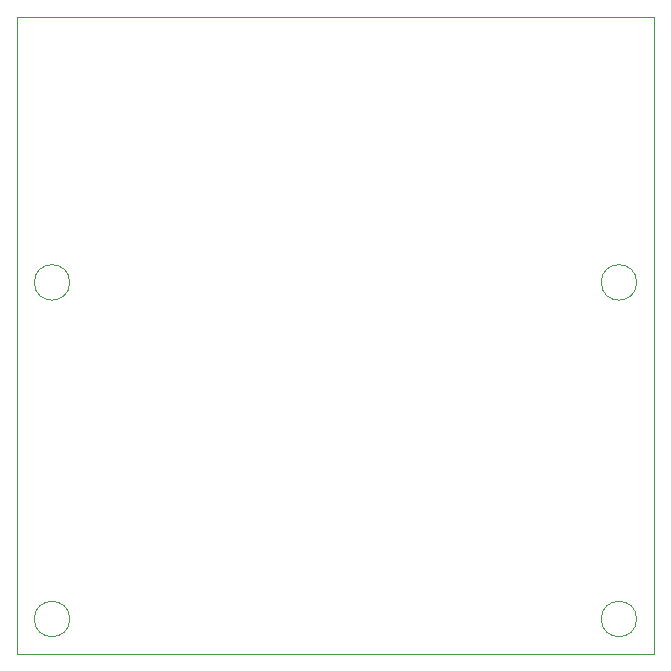
<source format=gbr>
%TF.GenerationSoftware,KiCad,Pcbnew,6.0.11+dfsg-1~bpo11+1*%
%TF.CreationDate,2023-04-06T13:38:35+02:00*%
%TF.ProjectId,aout-4_11,616f7574-2d34-45f3-9131-2e6b69636164,1.1*%
%TF.SameCoordinates,Original*%
%TF.FileFunction,Profile,NP*%
%FSLAX46Y46*%
G04 Gerber Fmt 4.6, Leading zero omitted, Abs format (unit mm)*
G04 Created by KiCad (PCBNEW 6.0.11+dfsg-1~bpo11+1) date 2023-04-06 13:38:35*
%MOMM*%
%LPD*%
G01*
G04 APERTURE LIST*
%TA.AperFunction,Profile*%
%ADD10C,0.100000*%
%TD*%
%TA.AperFunction,Profile*%
%ADD11C,0.050000*%
%TD*%
G04 APERTURE END LIST*
D10*
X118500000Y-120000000D02*
X172500000Y-120000000D01*
X172500000Y-120000000D02*
X172500000Y-66000000D01*
X172500000Y-66000000D02*
X118500000Y-66000000D01*
X118500000Y-66000000D02*
X118500000Y-120000000D01*
X171000000Y-117000000D02*
G75*
G03*
X171000000Y-117000000I-1500000J0D01*
G01*
X123000000Y-117000000D02*
G75*
G03*
X123000000Y-117000000I-1500000J0D01*
G01*
D11*
X171000000Y-88500000D02*
G75*
G03*
X171000000Y-88500000I-1500000J0D01*
G01*
D10*
X123000000Y-88500000D02*
G75*
G03*
X123000000Y-88500000I-1500000J0D01*
G01*
M02*

</source>
